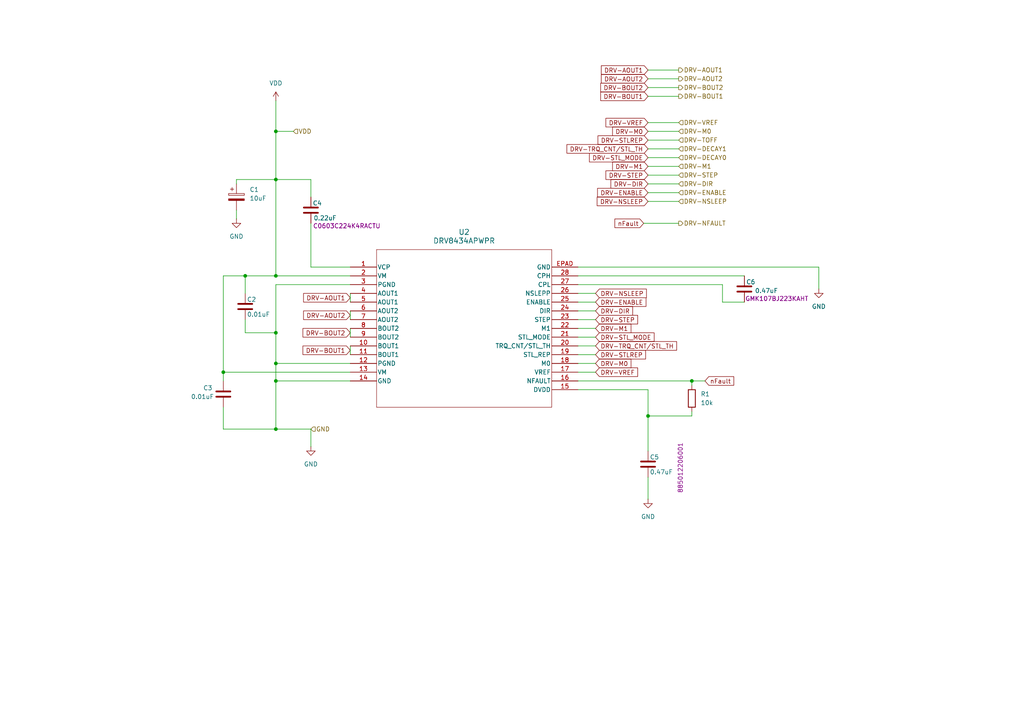
<source format=kicad_sch>
(kicad_sch (version 20231120) (generator "eeschema") (generator_version "8.0")
  (paper "A4")
  (title_block (title "drv8434") (date "20/05/2024") (company "soft-loop.com"))
  (lib_symbols
    (symbol "Device:C" (pin_numbers hide) (pin_names (offset 0.254))
      (property "Reference" "C" (at 0.635 2.54 0))
      (property "Value" "C" (at 0.635 -2.54 0))
      (symbol "C_0_1"
        (polyline (pts (xy -2.032 -0.762) (xy 2.032 -0.762)) (stroke (width 0.508)))
        (polyline (pts (xy -2.032 0.762) (xy 2.032 0.762)) (stroke (width 0.508)))
      )
      (symbol "C_1_1"
        (pin passive line (at 0 3.81 270) (length 2.794) (name "~") (number "1"))
        (pin passive line (at 0 -3.81 90) (length 2.794) (name "~") (number "2"))
      )
    )
    (symbol "Device:C_Polarized" (pin_numbers hide) (pin_names (offset 0.254))
      (property "Reference" "C" (at 0.635 2.54 0))
      (property "Value" "C_Polarized" (at 0.635 -2.54 0))
      (symbol "C_Polarized_0_1"
        (rectangle (start -2.286 0.508) (end 2.286 1.016))
        (polyline (pts (xy -1.778 2.286) (xy -0.762 2.286)))
        (polyline (pts (xy -1.27 2.794) (xy -1.27 1.778)))
        (rectangle (start 2.286 -0.508) (end -2.286 -1.016) (fill (type outline)))
      )
      (symbol "C_Polarized_1_1"
        (pin passive line (at 0 3.81 270) (length 2.794) (name "~") (number "1"))
        (pin passive line (at 0 -3.81 90) (length 2.794) (name "~") (number "2"))
      )
    )
    (symbol "Device:R" (pin_numbers hide) (pin_names (offset 0))
      (property "Reference" "R" (at 2.032 0 90))
      (property "Value" "R" (at 0 0 90))
      (symbol "R_0_1"
        (rectangle (start -1.016 -2.54) (end 1.016 2.54) (stroke (width 0.254)))
      )
      (symbol "R_1_1"
        (pin passive line (at 0 3.81 270) (length 1.27) (name "~") (number "1"))
        (pin passive line (at 0 -3.81 90) (length 1.27) (name "~") (number "2"))
      )
    )
    (symbol "drv8411:DRV8434APWPR" (pin_names (offset 0.254))
      (property "Reference" "U" (at 33.02 10.16 0))
      (property "Value" "DRV8434APWPR" (at 33.02 7.62 0))
      (symbol "DRV8434APWPR_0_1"
        (polyline (pts (xy 7.62 -40.64) (xy 58.42 -40.64)) (stroke (width 0.127)))
        (polyline (pts (xy 7.62 5.08) (xy 7.62 -40.64)) (stroke (width 0.127)))
        (polyline (pts (xy 58.42 -40.64) (xy 58.42 5.08)) (stroke (width 0.127)))
        (polyline (pts (xy 58.42 5.08) (xy 7.62 5.08)) (stroke (width 0.127)))
        (pin power_in line (at 0 0 0) (length 7.62) (name "VCP") (number "1"))
        (pin output line (at 0 -22.86 0) (length 7.62) (name "BOUT1") (number "10"))
        (pin output line (at 0 -25.4 0) (length 7.62) (name "BOUT1") (number "11"))
        (pin power_in line (at 0 -27.94 0) (length 7.62) (name "PGND") (number "12"))
        (pin power_in line (at 0 -30.48 0) (length 7.62) (name "VM") (number "13"))
        (pin power_in line (at 0 -33.02 0) (length 7.62) (name "GND") (number "14"))
        (pin power_in line (at 66.04 -35.56 180) (length 7.62) (name "DVDD") (number "15"))
        (pin output line (at 66.04 -33.02 180) (length 7.62) (name "NFAULT") (number "16"))
        (pin input line (at 66.04 -30.48 180) (length 7.62) (name "VREF") (number "17"))
        (pin input line (at 66.04 -27.94 180) (length 7.62) (name "M0") (number "18"))
        (pin output line (at 66.04 -25.4 180) (length 7.62) (name "STL_REP") (number "19"))
        (pin power_in line (at 0 -2.54 0) (length 7.62) (name "VM") (number "2"))
        (pin bidirectional line (at 66.04 -22.86 180) (length 7.62) (name "TRQ_CNT/STL_TH") (number "20"))
        (pin input line (at 66.04 -20.32 180) (length 7.62) (name "STL_MODE") (number "21"))
        (pin input line (at 66.04 -17.78 180) (length 7.62) (name "M1") (number "22"))
        (pin input line (at 66.04 -15.24 180) (length 7.62) (name "STEP") (number "23"))
        (pin input line (at 66.04 -12.7 180) (length 7.62) (name "DIR") (number "24"))
        (pin input line (at 66.04 -10.16 180) (length 7.62) (name "ENABLE") (number "25"))
        (pin input line (at 66.04 -7.62 180) (length 7.62) (name "NSLEPP") (number "26"))
        (pin power_in line (at 66.04 -5.08 180) (length 7.62) (name "CPL") (number "27"))
        (pin power_in line (at 66.04 -2.54 180) (length 7.62) (name "CPH") (number "28"))
        (pin power_in line (at 0 -5.08 0) (length 7.62) (name "PGND") (number "3"))
        (pin output line (at 0 -7.62 0) (length 7.62) (name "AOUT1") (number "4"))
        (pin output line (at 0 -10.16 0) (length 7.62) (name "AOUT1") (number "5"))
        (pin output line (at 0 -12.7 0) (length 7.62) (name "AOUT2") (number "6"))
        (pin output line (at 0 -15.24 0) (length 7.62) (name "AOUT2") (number "7"))
        (pin output line (at 0 -17.78 0) (length 7.62) (name "BOUT2") (number "8"))
        (pin output line (at 0 -20.32 0) (length 7.62) (name "BOUT2") (number "9"))
        (pin power_out line (at 66.04 0 180) (length 7.62) (name "GND") (number "EPAD"))
      )
    )
    (symbol "power:GND" (power) (pin_numbers hide) (pin_names (offset 0) hide)
      (property "Value" "GND" (at 0 -3.81 0))
      (symbol "GND_0_1"
        (polyline (pts (xy 0 0) (xy 0 -1.27) (xy 1.27 -1.27) (xy 0 -2.54) (xy -1.27 -1.27) (xy 0 -1.27)))
      )
      (symbol "GND_1_1"
        (pin power_in line (at 0 0 270) (length 0) (name "~") (number "1"))
      )
    )
    (symbol "power:VDD" (power) (pin_numbers hide) (pin_names (offset 0) hide)
      (property "Value" "VDD" (at 0 3.556 0))
      (symbol "VDD_0_1"
        (polyline (pts (xy -0.762 1.27) (xy 0 2.54)))
        (polyline (pts (xy 0 0) (xy 0 2.54)))
        (polyline (pts (xy 0 2.54) (xy 0.762 1.27)))
      )
      (symbol "VDD_1_1"
        (pin power_in line (at 0 0 90) (length 0) (name "~") (number "1"))
      )
    )
  )
  (junction (at 200.66 110.49))
  (junction (at 64.77 107.95))
  (junction (at 80.01 38.1))
  (junction (at 80.01 96.52))
  (junction (at 71.12 80.01))
  (junction (at 80.01 52.07))
  (junction (at 187.96 120.65))
  (junction (at 80.01 110.49))
  (junction (at 80.01 80.01))
  (junction (at 80.01 124.46))
  (junction (at 80.01 105.41))
  (wire (pts (xy 187.96 120.65) (xy 187.96 130.81)))
  (wire (pts (xy 80.01 110.49) (xy 80.01 124.46)))
  (wire (pts (xy 187.96 120.65) (xy 200.66 120.65)))
  (wire (pts (xy 167.64 113.03) (xy 187.96 113.03)))
  (wire (pts (xy 200.66 111.76) (xy 200.66 110.49)))
  (wire (pts (xy 80.01 38.1) (xy 80.01 52.07)))
  (wire (pts (xy 186.69 64.77) (xy 196.85 64.77)))
  (wire (pts (xy 167.64 105.41) (xy 172.72 105.41)))
  (wire (pts (xy 167.64 110.49) (xy 200.66 110.49)))
  (wire (pts (xy 71.12 96.52) (xy 80.01 96.52)))
  (wire (pts (xy 80.01 124.46) (xy 90.17 124.46)))
  (wire (pts (xy 80.01 29.21) (xy 80.01 38.1)))
  (wire (pts (xy 167.64 80.01) (xy 215.9 80.01)))
  (wire (pts (xy 80.01 80.01) (xy 101.6 80.01)))
  (wire (pts (xy 101.6 82.55) (xy 80.01 82.55)))
  (wire (pts (xy 101.6 77.47) (xy 90.17 77.47)))
  (wire (pts (xy 64.77 107.95) (xy 64.77 110.49)))
  (wire (pts (xy 167.64 102.87) (xy 172.72 102.87)))
  (wire (pts (xy 187.96 138.43) (xy 187.96 144.78)))
  (wire (pts (xy 101.6 85.09) (xy 101.6 87.63)))
  (wire (pts (xy 167.64 100.33) (xy 172.72 100.33)))
  (wire (pts (xy 80.01 105.41) (xy 80.01 110.49)))
  (wire (pts (xy 85.09 38.1) (xy 80.01 38.1)))
  (wire (pts (xy 167.64 97.79) (xy 172.72 97.79)))
  (wire (pts (xy 167.64 92.71) (xy 172.72 92.71)))
  (wire (pts (xy 101.6 90.17) (xy 101.6 92.71)))
  (wire (pts (xy 187.96 22.86) (xy 196.85 22.86)))
  (wire (pts (xy 187.96 55.88) (xy 196.85 55.88)))
  (wire (pts (xy 237.49 77.47) (xy 237.49 83.82)))
  (wire (pts (xy 80.01 52.07) (xy 80.01 80.01)))
  (wire (pts (xy 80.01 110.49) (xy 101.6 110.49)))
  (wire (pts (xy 187.96 45.72) (xy 196.85 45.72)))
  (wire (pts (xy 68.58 53.34) (xy 68.58 52.07)))
  (wire (pts (xy 200.66 119.38) (xy 200.66 120.65)))
  (wire (pts (xy 90.17 124.46) (xy 90.17 129.54)))
  (wire (pts (xy 187.96 40.64) (xy 196.85 40.64)))
  (wire (pts (xy 64.77 107.95) (xy 101.6 107.95)))
  (wire (pts (xy 187.96 48.26) (xy 196.85 48.26)))
  (wire (pts (xy 64.77 118.11) (xy 64.77 124.46)))
  (wire (pts (xy 187.96 53.34) (xy 196.85 53.34)))
  (wire (pts (xy 200.66 110.49) (xy 204.47 110.49)))
  (wire (pts (xy 167.64 77.47) (xy 237.49 77.47)))
  (wire (pts (xy 64.77 80.01) (xy 71.12 80.01)))
  (wire (pts (xy 68.58 60.96) (xy 68.58 63.5)))
  (wire (pts (xy 187.96 27.94) (xy 196.85 27.94)))
  (wire (pts (xy 90.17 52.07) (xy 80.01 52.07)))
  (wire (pts (xy 187.96 43.18) (xy 196.85 43.18)))
  (wire (pts (xy 101.6 100.33) (xy 101.6 102.87)))
  (wire (pts (xy 71.12 80.01) (xy 80.01 80.01)))
  (wire (pts (xy 68.58 52.07) (xy 80.01 52.07)))
  (wire (pts (xy 64.77 80.01) (xy 64.77 107.95)))
  (wire (pts (xy 167.64 87.63) (xy 172.72 87.63)))
  (wire (pts (xy 209.55 87.63) (xy 209.55 82.55)))
  (wire (pts (xy 187.96 25.4) (xy 196.85 25.4)))
  (wire (pts (xy 215.9 87.63) (xy 209.55 87.63)))
  (wire (pts (xy 187.96 58.42) (xy 196.85 58.42)))
  (wire (pts (xy 167.64 95.25) (xy 172.72 95.25)))
  (wire (pts (xy 187.96 113.03) (xy 187.96 120.65)))
  (wire (pts (xy 71.12 92.71) (xy 71.12 96.52)))
  (wire (pts (xy 167.64 107.95) (xy 172.72 107.95)))
  (wire (pts (xy 167.64 90.17) (xy 172.72 90.17)))
  (wire (pts (xy 80.01 96.52) (xy 80.01 105.41)))
  (wire (pts (xy 187.96 20.32) (xy 196.85 20.32)))
  (wire (pts (xy 90.17 77.47) (xy 90.17 64.77)))
  (wire (pts (xy 167.64 82.55) (xy 209.55 82.55)))
  (wire (pts (xy 187.96 35.56) (xy 196.85 35.56)))
  (wire (pts (xy 187.96 38.1) (xy 196.85 38.1)))
  (wire (pts (xy 187.96 50.8) (xy 196.85 50.8)))
  (wire (pts (xy 90.17 57.15) (xy 90.17 52.07)))
  (wire (pts (xy 64.77 124.46) (xy 80.01 124.46)))
  (wire (pts (xy 80.01 105.41) (xy 101.6 105.41)))
  (wire (pts (xy 101.6 95.25) (xy 101.6 97.79)))
  (wire (pts (xy 80.01 82.55) (xy 80.01 96.52)))
  (wire (pts (xy 71.12 80.01) (xy 71.12 85.09)))
  (wire (pts (xy 167.64 85.09) (xy 172.72 85.09)))
  (global_label "DRV-BOUT1" (shape input) (at 187.96 27.94 180) (property "Intersheetrefs" "${INTERSHEET_REFS}" (effects (hide yes))))
  (global_label "DRV-AOUT1" (shape input) (at 101.6 86.36 180) (property "Intersheetrefs" "${INTERSHEET_REFS}" (effects (hide yes))))
  (global_label "DRV-DIR" (shape input) (at 187.96 53.34 180) (property "Intersheetrefs" "${INTERSHEET_REFS}" (effects (hide yes))))
  (global_label "DRV-AOUT2" (shape input) (at 187.96 22.86 180) (property "Intersheetrefs" "${INTERSHEET_REFS}" (effects (hide yes))))
  (global_label "DRV-STL_MODE" (shape input) (at 172.72 97.79 0) (property "Intersheetrefs" "${INTERSHEET_REFS}" (effects (hide yes))))
  (global_label "DRV-M1" (shape input) (at 187.96 48.26 180) (property "Intersheetrefs" "${INTERSHEET_REFS}" (effects (hide yes))))
  (global_label "DRV-AOUT2" (shape input) (at 101.6 91.44 180) (property "Intersheetrefs" "${INTERSHEET_REFS}" (effects (hide yes))))
  (global_label "DRV-NSLEEP" (shape input) (at 187.96 58.42 180) (property "Intersheetrefs" "${INTERSHEET_REFS}" (effects (hide yes))))
  (global_label "DRV-ENABLE" (shape input) (at 172.72 87.63 0) (property "Intersheetrefs" "${INTERSHEET_REFS}" (effects (hide yes))))
  (global_label "DRV-VREF" (shape input) (at 187.96 35.56 180) (property "Intersheetrefs" "${INTERSHEET_REFS}" (effects (hide yes))))
  (global_label "nFault" (shape input) (at 204.47 110.49 0) (property "Intersheetrefs" "${INTERSHEET_REFS}" (effects (hide yes))))
  (global_label "DRV-STL_MODE" (shape input) (at 187.96 45.72 180) (property "Intersheetrefs" "${INTERSHEET_REFS}" (effects (hide yes))))
  (global_label "DRV-TRQ_CNT{slash}STL_TH" (shape input) (at 187.96 43.18 180) (property "Intersheetrefs" "${INTERSHEET_REFS}" (effects (hide yes))))
  (global_label "DRV-BOUT2" (shape input) (at 187.96 25.4 180) (property "Intersheetrefs" "${INTERSHEET_REFS}" (effects (hide yes))))
  (global_label "DRV-STLREP" (shape input) (at 187.96 40.64 180) (property "Intersheetrefs" "${INTERSHEET_REFS}" (effects (hide yes))))
  (global_label "DRV-AOUT1" (shape input) (at 187.96 20.32 180) (property "Intersheetrefs" "${INTERSHEET_REFS}" (effects (hide yes))))
  (global_label "DRV-BOUT2" (shape input) (at 101.6 96.52 180) (property "Intersheetrefs" "${INTERSHEET_REFS}" (effects (hide yes))))
  (global_label "DRV-M0" (shape input) (at 187.96 38.1 180) (property "Intersheetrefs" "${INTERSHEET_REFS}" (effects (hide yes))))
  (global_label "DRV-TRQ_CNT{slash}STL_TH" (shape input) (at 172.72 100.33 0) (property "Intersheetrefs" "${INTERSHEET_REFS}" (effects (hide yes))))
  (global_label "DRV-STLREP" (shape input) (at 172.72 102.87 0) (property "Intersheetrefs" "${INTERSHEET_REFS}" (effects (hide yes))))
  (global_label "DRV-VREF" (shape input) (at 172.72 107.95 0) (property "Intersheetrefs" "${INTERSHEET_REFS}" (effects (hide yes))))
  (global_label "DRV-M1" (shape input) (at 172.72 95.25 0) (property "Intersheetrefs" "${INTERSHEET_REFS}" (effects (hide yes))))
  (global_label "DRV-STEP" (shape input) (at 187.96 50.8 180) (property "Intersheetrefs" "${INTERSHEET_REFS}" (effects (hide yes))))
  (global_label "DRV-ENABLE" (shape input) (at 187.96 55.88 180) (property "Intersheetrefs" "${INTERSHEET_REFS}" (effects (hide yes))))
  (global_label "DRV-NSLEEP" (shape input) (at 172.72 85.09 0) (property "Intersheetrefs" "${INTERSHEET_REFS}" (effects (hide yes))))
  (global_label "DRV-STEP" (shape input) (at 172.72 92.71 0) (property "Intersheetrefs" "${INTERSHEET_REFS}" (effects (hide yes))))
  (global_label "DRV-DIR" (shape input) (at 172.72 90.17 0) (property "Intersheetrefs" "${INTERSHEET_REFS}" (effects (hide yes))))
  (global_label "DRV-BOUT1" (shape input) (at 101.6 101.6 180) (property "Intersheetrefs" "${INTERSHEET_REFS}" (effects (hide yes))))
  (global_label "DRV-M0" (shape input) (at 172.72 105.41 0) (property "Intersheetrefs" "${INTERSHEET_REFS}" (effects (hide yes))))
  (global_label "nFault" (shape input) (at 186.69 64.77 180) (property "Intersheetrefs" "${INTERSHEET_REFS}" (effects (hide yes))))
  (hierarchical_label "DRV-AOUT1" (shape output) (at 196.85 20.32 0))
  (hierarchical_label "DRV-DECAY1" (shape input) (at 196.85 43.18 0))
  (hierarchical_label "DRV-BOUT2" (shape output) (at 196.85 25.4 0))
  (hierarchical_label "DRV-ENABLE" (shape input) (at 196.85 55.88 0))
  (hierarchical_label "DRV-STEP" (shape input) (at 196.85 50.8 0))
  (hierarchical_label "GND" (shape input) (at 90.17 124.46 0))
  (hierarchical_label "DRV-M1" (shape input) (at 196.85 48.26 0))
  (hierarchical_label "VDD" (shape input) (at 85.09 38.1 0))
  (hierarchical_label "DRV-DIR" (shape input) (at 196.85 53.34 0))
  (hierarchical_label "DRV-BOUT1" (shape output) (at 196.85 27.94 0))
  (hierarchical_label "DRV-DECAY0" (shape input) (at 196.85 45.72 0))
  (hierarchical_label "DRV-NSLEEP" (shape input) (at 196.85 58.42 0))
  (hierarchical_label "DRV-NFAULT" (shape output) (at 196.85 64.77 0))
  (hierarchical_label "DRV-VREF" (shape input) (at 196.85 35.56 0))
  (hierarchical_label "DRV-M0" (shape input) (at 196.85 38.1 0))
  (hierarchical_label "DRV-AOUT2" (shape output) (at 196.85 22.86 0))
  (hierarchical_label "DRV-TOFF" (shape input) (at 196.85 40.64 0))
  (symbol (lib_id "drv8411:DRV8434APWPR") (at 101.6 77.47 0) (unit 1)
    (property "Reference" "U2" (at 134.62 67.31 0) (effects (font (size 1.524 1.524))))
    (property "Value" "DRV8434APWPR" (at 134.62 69.85 0) (effects (font (size 1.524 1.524))))
    (property "Footprint" "drv8411:DRV8434APWPR_TEX" (effects (hide yes)))
    (property "Datasheet" "DRV8434APWPR" (effects (hide yes)))
  )
  (symbol (lib_id "power:GND") (at 90.17 129.54 0) (unit 1)
    (property "Reference" "#PWR01" (effects (hide yes)))
    (property "Value" "GND" (at 90.17 134.62 0))
    (property "Description" "Power symbol creates a global label with name \"GND\" , ground" (effects (hide yes)))
  )
  (symbol (lib_id "power:VDD") (at 80.01 29.21 0) (unit 1)
    (property "Reference" "#PWR03" (effects (hide yes)))
    (property "Value" "VDD" (at 80.01 24.13 0))
    (property "Description" "Power symbol creates a global label with name \"VDD\"" (effects (hide yes)))
  )
  (symbol (lib_id "Device:R") (at 200.66 115.57 0) (unit 1)
    (property "Reference" "R1" (at 203.2 114.2999 0) (effects (justify left)))
    (property "Value" "10k" (at 203.2 116.8399 0) (effects (justify left)))
    (property "Footprint" "Resistor_SMD:R_0603_1608Metric_Pad0.98x0.95mm_HandSolder" (effects (hide yes)))
    (property "Description" "Resistor" (effects (hide yes)))
  )
  (symbol (lib_id "power:GND") (at 187.96 144.78 0) (unit 1)
    (property "Reference" "#PWR05" (effects (hide yes)))
    (property "Value" "GND" (at 187.96 149.86 0))
    (property "Description" "Power symbol creates a global label with name \"GND\" , ground" (effects (hide yes)))
  )
  (symbol (lib_id "Device:C") (at 90.17 60.96 0) (unit 1)
    (property "Reference" "C4" (at 90.678 58.928 0) (effects (justify left)))
    (property "Value" "0.22uF" (at 90.932 63.246 0) (effects (justify left)))
    (property "Footprint" "Capacitor_SMD:C_0603_1608Metric_Pad1.08x0.95mm_HandSolder" (effects (hide yes)))
    (property "Datasheet" "C0603C224K4RACTU" (at 100.584 65.532 0))
    (property "Description" "Unpolarized capacitor" (effects (hide yes)))
  )
  (symbol (lib_id "Device:C") (at 215.9 83.82 0) (unit 1)
    (property "Reference" "C6" (at 216.408 81.788 0) (effects (justify left)))
    (property "Value" "0.47uF" (at 218.948 84.328 0) (effects (justify left)))
    (property "Footprint" "Capacitor_SMD:C_0603_1608Metric_Pad1.08x0.95mm_HandSolder" (effects (hide yes)))
    (property "Datasheet" "GMK107BJ223KAHT " (at 225.806 86.614 0))
    (property "Description" "Unpolarized capacitor" (effects (hide yes)))
  )
  (symbol (lib_id "Device:C") (at 187.96 134.62 0) (unit 1)
    (property "Reference" "C5" (at 188.468 132.588 0) (effects (justify left)))
    (property "Value" "0.47uF" (at 188.468 136.906 0) (effects (justify left)))
    (property "Footprint" "Capacitor_SMD:C_0603_1608Metric_Pad1.08x0.95mm_HandSolder" (effects (hide yes)))
    (property "Datasheet" "885012206001" (at 197.358 135.636 90))
    (property "Description" "Unpolarized capacitor" (effects (hide yes)))
  )
  (symbol (lib_id "power:GND") (at 237.49 83.82 0) (unit 1)
    (property "Reference" "#PWR02" (effects (hide yes)))
    (property "Value" "GND" (at 237.49 88.9 0))
    (property "Description" "Power symbol creates a global label with name \"GND\" , ground" (effects (hide yes)))
  )
  (symbol (lib_id "power:GND") (at 68.58 63.5 0) (unit 1)
    (property "Reference" "#PWR04" (effects (hide yes)))
    (property "Value" "GND" (at 68.58 68.58 0))
    (property "Description" "Power symbol creates a global label with name \"GND\" , ground" (effects (hide yes)))
  )
  (symbol (lib_id "Device:C") (at 64.77 114.3 0) (unit 1)
    (property "Reference" "C3" (at 58.928 112.522 0) (effects (justify left)))
    (property "Value" "0.01uF" (at 55.372 115.062 0) (effects (justify left)))
    (property "Footprint" "Capacitor_SMD:C_0603_1608Metric_Pad1.08x0.95mm_HandSolder" (effects (hide yes)))
    (property "Description" "Unpolarized capacitor" (effects (hide yes)))
  )
  (symbol (lib_id "Device:C_Polarized") (at 68.58 57.15 0) (unit 1)
    (property "Reference" "C1" (at 72.39 54.9909 0) (effects (justify left)))
    (property "Value" "10uF" (at 72.39 57.5309 0) (effects (justify left)))
    (property "Footprint" "Capacitor_THT:CP_Radial_D5.0mm_P2.50mm" (effects (hide yes)))
    (property "Description" "Polarized capacitor" (effects (hide yes)))
  )
  (symbol (lib_id "Device:C") (at 71.12 88.9 0) (unit 1)
    (property "Reference" "C2" (at 71.628 86.868 0) (effects (justify left)))
    (property "Value" "0.01uF" (at 71.628 91.186 0) (effects (justify left)))
    (property "Footprint" "Capacitor_SMD:C_0603_1608Metric_Pad1.08x0.95mm_HandSolder" (effects (hide yes)))
    (property "Description" "Unpolarized capacitor" (effects (hide yes)))
  )
)
</source>
